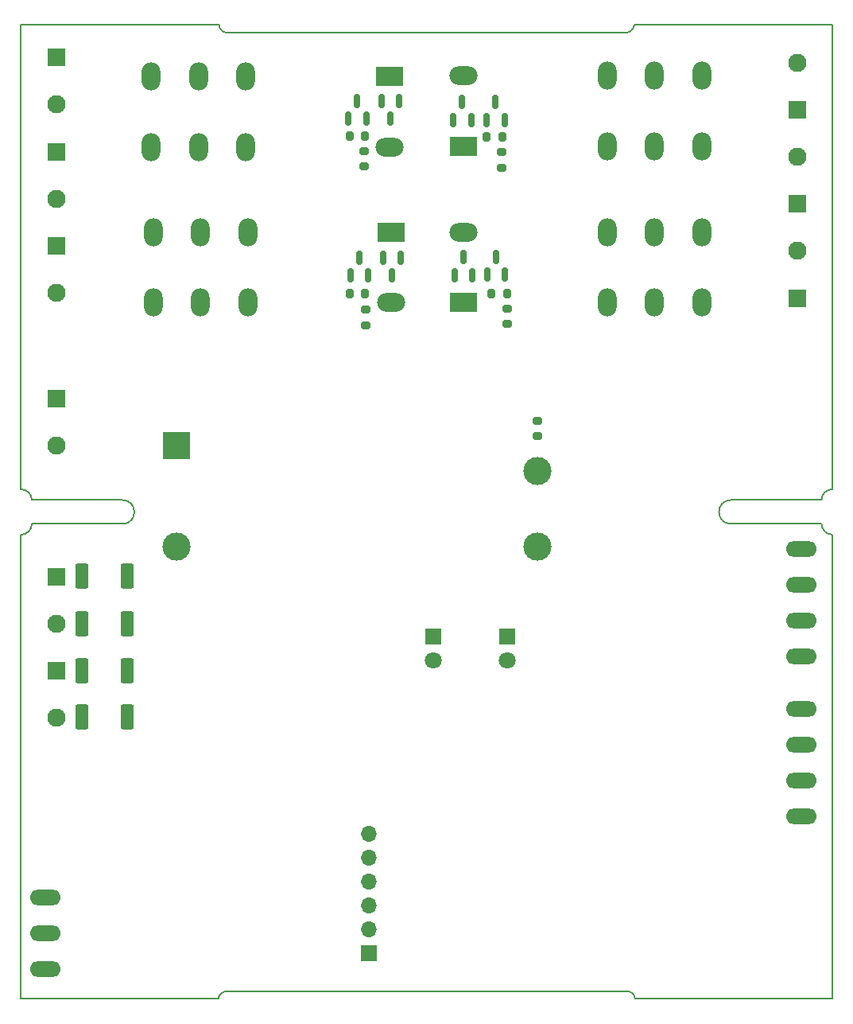
<source format=gbs>
G04 #@! TF.GenerationSoftware,KiCad,Pcbnew,(7.0.0)*
G04 #@! TF.CreationDate,2023-07-30T12:49:27+02:00*
G04 #@! TF.ProjectId,RealyModul_1Wire_ADC,5265616c-794d-46f6-9475-6c5f31576972,rev?*
G04 #@! TF.SameCoordinates,Original*
G04 #@! TF.FileFunction,Soldermask,Bot*
G04 #@! TF.FilePolarity,Negative*
%FSLAX46Y46*%
G04 Gerber Fmt 4.6, Leading zero omitted, Abs format (unit mm)*
G04 Created by KiCad (PCBNEW (7.0.0)) date 2023-07-30 12:49:27*
%MOMM*%
%LPD*%
G01*
G04 APERTURE LIST*
G04 Aperture macros list*
%AMRoundRect*
0 Rectangle with rounded corners*
0 $1 Rounding radius*
0 $2 $3 $4 $5 $6 $7 $8 $9 X,Y pos of 4 corners*
0 Add a 4 corners polygon primitive as box body*
4,1,4,$2,$3,$4,$5,$6,$7,$8,$9,$2,$3,0*
0 Add four circle primitives for the rounded corners*
1,1,$1+$1,$2,$3*
1,1,$1+$1,$4,$5*
1,1,$1+$1,$6,$7*
1,1,$1+$1,$8,$9*
0 Add four rect primitives between the rounded corners*
20,1,$1+$1,$2,$3,$4,$5,0*
20,1,$1+$1,$4,$5,$6,$7,0*
20,1,$1+$1,$6,$7,$8,$9,0*
20,1,$1+$1,$8,$9,$2,$3,0*%
G04 Aperture macros list end*
%ADD10O,3.300000X1.650000*%
%ADD11R,1.950000X1.950000*%
%ADD12C,1.950000*%
%ADD13O,2.000000X3.000000*%
%ADD14R,3.000000X2.000000*%
%ADD15O,3.000000X2.000000*%
%ADD16R,1.800000X1.800000*%
%ADD17C,1.800000*%
%ADD18R,1.700000X1.700000*%
%ADD19O,1.700000X1.700000*%
%ADD20R,3.000000X3.000000*%
%ADD21C,3.000000*%
%ADD22RoundRect,0.150000X-0.150000X0.587500X-0.150000X-0.587500X0.150000X-0.587500X0.150000X0.587500X0*%
%ADD23RoundRect,0.200000X-0.275000X0.200000X-0.275000X-0.200000X0.275000X-0.200000X0.275000X0.200000X0*%
%ADD24RoundRect,0.249999X-0.450001X-1.075001X0.450001X-1.075001X0.450001X1.075001X-0.450001X1.075001X0*%
%ADD25RoundRect,0.200000X0.200000X0.275000X-0.200000X0.275000X-0.200000X-0.275000X0.200000X-0.275000X0*%
%ADD26RoundRect,0.150000X0.150000X-0.587500X0.150000X0.587500X-0.150000X0.587500X-0.150000X-0.587500X0*%
%ADD27RoundRect,0.200000X0.275000X-0.200000X0.275000X0.200000X-0.275000X0.200000X-0.275000X-0.200000X0*%
G04 #@! TA.AperFunction,Profile*
%ADD28C,0.150000*%
G04 #@! TD*
G04 #@! TA.AperFunction,Profile*
%ADD29C,0.152400*%
G04 #@! TD*
G04 APERTURE END LIST*
D10*
X172007999Y-132963999D03*
X172007999Y-129153999D03*
D11*
X92709999Y-62263999D03*
D12*
X92710000Y-67264000D03*
D13*
X107822999Y-61726999D03*
X107822999Y-54226999D03*
X112862999Y-61726999D03*
X112862999Y-54226999D03*
X102782999Y-61726999D03*
X102782999Y-54226999D03*
D14*
X128122999Y-54226999D03*
D15*
X128122999Y-61726999D03*
D11*
X171576999Y-57784999D03*
D12*
X171577000Y-52785000D03*
D11*
X92709999Y-107475999D03*
D12*
X92710000Y-112476000D03*
D13*
X156358999Y-54161999D03*
X156358999Y-61661999D03*
X151318999Y-54161999D03*
X151318999Y-61661999D03*
X161398999Y-54161999D03*
X161398999Y-61661999D03*
D14*
X136058999Y-61661999D03*
D15*
X136058999Y-54161999D03*
D16*
X140715999Y-113875499D03*
D17*
X140716000Y-116415500D03*
D13*
X156358999Y-70798999D03*
X156358999Y-78298999D03*
X151318999Y-70798999D03*
X151318999Y-78298999D03*
X161398999Y-70798999D03*
X161398999Y-78298999D03*
D14*
X136058999Y-78298999D03*
D15*
X136058999Y-70798999D03*
D11*
X92709999Y-117474999D03*
D12*
X92710000Y-122475000D03*
D10*
X172007999Y-125343999D03*
X172007999Y-121533999D03*
X172007999Y-108330999D03*
X172007999Y-104520999D03*
X172007999Y-115945999D03*
X172007999Y-112135999D03*
D11*
X92709999Y-88552999D03*
D12*
X92710000Y-93553000D03*
D11*
X171576999Y-67783999D03*
D12*
X171577000Y-62784000D03*
D11*
X92709999Y-72296999D03*
D12*
X92710000Y-77297000D03*
D10*
X91510649Y-141604999D03*
X91510649Y-145414999D03*
X91523349Y-149224999D03*
D18*
X125983999Y-147573999D03*
D19*
X125983999Y-145033999D03*
X125983999Y-142493999D03*
X125983999Y-139953999D03*
X125983999Y-137413999D03*
X125983999Y-134873999D03*
D20*
X105429499Y-93495999D03*
D21*
X105429500Y-104246000D03*
X143929500Y-104246000D03*
X143929500Y-96246000D03*
D11*
X171576999Y-77816999D03*
D12*
X171577000Y-72817000D03*
D13*
X108014999Y-78298999D03*
X108014999Y-70798999D03*
X113054999Y-78298999D03*
X113054999Y-70798999D03*
X102974999Y-78298999D03*
X102974999Y-70798999D03*
D14*
X128314999Y-70798999D03*
D15*
X128314999Y-78298999D03*
D16*
X132841999Y-113875499D03*
D17*
X132842000Y-116415500D03*
D11*
X92709999Y-52230999D03*
D12*
X92710000Y-57231000D03*
D22*
X127447000Y-73563000D03*
X129347000Y-73563000D03*
X128397000Y-75438000D03*
D23*
X140716000Y-78931000D03*
X140716000Y-80581000D03*
D24*
X95390000Y-112522000D03*
X100190000Y-112522000D03*
D25*
X125539000Y-77343000D03*
X123889000Y-77343000D03*
D23*
X140081000Y-62294000D03*
X140081000Y-63944000D03*
X125476000Y-62167000D03*
X125476000Y-63817000D03*
D26*
X140457000Y-75311000D03*
X138557000Y-75311000D03*
X139507000Y-73436000D03*
X136967000Y-75359500D03*
X135067000Y-75359500D03*
X136017000Y-73484500D03*
D24*
X95390000Y-117475000D03*
X100190000Y-117475000D03*
D26*
X125664000Y-58722500D03*
X123764000Y-58722500D03*
X124714000Y-56847500D03*
D24*
X95390000Y-107442000D03*
X100190000Y-107442000D03*
D22*
X127259000Y-56847500D03*
X129159000Y-56847500D03*
X128209000Y-58722500D03*
D25*
X125539000Y-60579000D03*
X123889000Y-60579000D03*
D26*
X125857000Y-75438000D03*
X123957000Y-75438000D03*
X124907000Y-73563000D03*
D24*
X95390000Y-122428000D03*
X100190000Y-122428000D03*
D25*
X140144000Y-60706000D03*
X138494000Y-60706000D03*
D23*
X125603000Y-79058000D03*
X125603000Y-80708000D03*
D26*
X140396000Y-58849500D03*
X138496000Y-58849500D03*
X139446000Y-56974500D03*
D27*
X143891000Y-92519000D03*
X143891000Y-90869000D03*
D26*
X136840000Y-58849500D03*
X134940000Y-58849500D03*
X135890000Y-56974500D03*
D25*
X140652000Y-77343000D03*
X139002000Y-77343000D03*
D28*
X164505000Y-99314000D02*
G75*
G03*
X164505000Y-101854000I0J-1270000D01*
G01*
D29*
X109900000Y-152400000D02*
X109907300Y-152353700D01*
X154299943Y-152400003D02*
G75*
G03*
X153315200Y-151597600I-859943J-49897D01*
G01*
X153200000Y-49567999D02*
G75*
G03*
X154195099Y-48811901I119500J875599D01*
G01*
D28*
X88900000Y-102997000D02*
G75*
G03*
X90043000Y-101854000I0J1143000D01*
G01*
X174157000Y-99314000D02*
X164505000Y-99314000D01*
D29*
X88900000Y-48768000D02*
X88900000Y-98171000D01*
D28*
X90043000Y-99314000D02*
G75*
G03*
X88900000Y-98171000I-1143000J0D01*
G01*
D29*
X88900000Y-152400000D02*
X109900000Y-152400000D01*
X110000000Y-48768000D02*
X88900000Y-48768000D01*
D28*
X90043000Y-101854000D02*
X99695000Y-101854000D01*
D29*
X153200000Y-151600000D02*
X153315200Y-151597600D01*
X154300000Y-152400000D02*
X175300000Y-152400000D01*
X110000000Y-48768000D02*
G75*
G03*
X110856099Y-49572900I830500J25600D01*
G01*
X111000000Y-151600000D02*
X153200000Y-151600000D01*
D28*
X174157000Y-101854000D02*
G75*
G03*
X175300000Y-102997000I1143000J0D01*
G01*
D29*
X153200000Y-49568000D02*
X111000000Y-49568000D01*
D28*
X90043000Y-99314000D02*
X99695000Y-99314000D01*
X174157000Y-101854000D02*
X164505000Y-101854000D01*
D29*
X88900000Y-102997000D02*
X88900000Y-152400000D01*
D28*
X99695000Y-101854000D02*
G75*
G03*
X99695000Y-99314000I0J1270000D01*
G01*
D29*
X111000000Y-151600000D02*
G75*
G03*
X109907301Y-152353698I-169500J-923200D01*
G01*
X175300000Y-48768000D02*
X154200000Y-48768000D01*
X175300000Y-102997000D02*
X175300000Y-152400000D01*
X154200000Y-48768000D02*
X154195100Y-48811900D01*
X111000000Y-49568000D02*
X110856100Y-49572900D01*
X175300000Y-48768000D02*
X175300000Y-98171000D01*
D28*
X175300000Y-98171000D02*
G75*
G03*
X174157000Y-99314000I0J-1143000D01*
G01*
M02*

</source>
